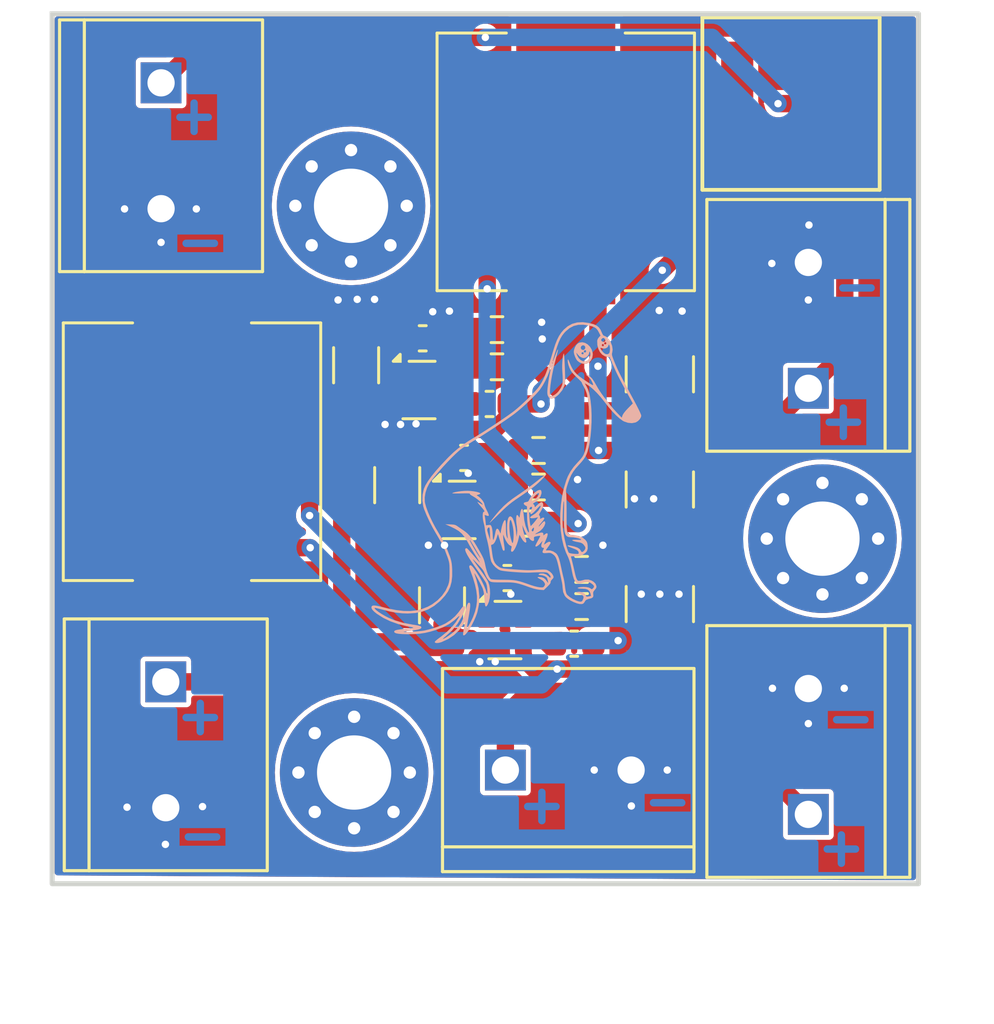
<source format=kicad_pcb>
(kicad_pcb (version 20240108) (generator "pcbnew") (generator_version "8.0")
  (layers (0 "F.Cu" signal) (31 "B.Cu" signal) (34 "B.Paste" user) (35 "F.Paste" user) (36 "B.SilkS" user "B.Silkscreen") (37 "F.SilkS" user "F.Silkscreen") (38 "B.Mask" user) (39 "F.Mask" user) (44 "Edge.Cuts" user))
  (net 0 "")
  (net 1 "Net-(U1-SW)")
  (net 2 "Net-(U1-BST)")
  (net 3 "Net-(J2-Pin_1)")
  (net 4 "Net-(U2-BST)")
  (net 5 "Net-(U2-SW)")
  (net 6 "Net-(J3-Pin_1)")
  (net 7 "Net-(U3-SW)")
  (net 8 "Net-(U3-BST)")
  (net 9 "Net-(J1-Pin_1)")
  (net 10 "Net-(U1-FB)")
  (net 11 "Net-(U2-FB)")
  (net 12 "Net-(U3-FB)")
  (net 22 "Net-(J5-Pin_1)")
  (net 23 "Net-(J1-Pin_2)")
  (footprint "Connector_TE_Terminal-Block:TE_282837-2" (layer "F.Cu") (at 107.09 128.93 -90)
    (property "Reference" "J5" (hide yes))
    (property "Value" "Screw_Terminal_01x02")
    (pad "1" thru_hole rect (at -2.54 0 270) (size 1.65 1.65) (drill 1.1) (layers "*.Cu" "*.Mask") (net 22 "Net-(J5-Pin_1)"))
    (pad "2" thru_hole circle (at 2.54 0 270) (size 1.65 1.65) (drill 1.1) (layers "*.Cu" "*.Mask") (net 23 "Net-(J1-Pin_2)"))
  )
  (footprint "Capacitor_SMD:C_1210_3225Metric" (layer "F.Cu") (at 127.05 123.25 90)
    (property "Reference" "C8" (hide yes))
    (property "Value" "47uF")
    (pad "1" smd roundrect (at -1.475 0 90) (size 1.15 2.7) (layers "F.Cu" "F.Paste" "F.Mask") (roundrect_rratio 0.217391) (net 6 "Net-(J3-Pin_1)"))
    (pad "2" smd roundrect (at 1.475 0 90) (size 1.15 2.7) (layers "F.Cu" "F.Paste" "F.Mask") (roundrect_rratio 0.217391) (net 23 "Net-(J1-Pin_2)"))
  )
  (footprint "Capacitor_SMD:C_0603_1608Metric" (layer "F.Cu") (at 117.47 112.5225)
    (property "Reference" "C10" (hide yes))
    (property "Value" "100nF")
    (pad "1" smd roundrect (at -0.775 0) (size 0.9 0.95) (layers "F.Cu" "F.Paste" "F.Mask") (net 22 "Net-(J5-Pin_1)"))
    (pad "2" smd roundrect (at 0.775 0) (size 0.9 0.95) (layers "F.Cu" "F.Paste" "F.Mask") (net 23 "Net-(J1-Pin_2)"))
  )
  (footprint "Inductor_SMD:L_Wuerth_HCI-1050" (layer "F.Cu") (at 123.25 105.4 -90)
    (property "Reference" "L1" (hide yes))
    (property "Value" "7.8uH")
    (pad "1" smd rect (at -3.825 0 270) (size 3.85 4) (layers "F.Cu" "F.Paste" "F.Mask") (net 1 "Net-(U1-SW)"))
    (pad "2" smd rect (at 3.825 0 270) (size 3.85 4) (layers "F.Cu" "F.Paste" "F.Mask") (net 3 "Net-(J2-Pin_1)"))
  )
  (footprint "Package_TO_SOT_SMD:SOT-583-8" (layer "F.Cu") (at 117.32 114.61)
    (property "Reference" "U3" (hide yes))
    (property "Value" "TPS563300")
    (pad "1" smd roundrect (at -0.74 -0.75) (size 0.67 0.3) (layers "F.Cu" "F.Paste" "F.Mask") (roundrect_rratio 0.1666666667))
    (pad "2" smd roundrect (at -0.74 -0.25) (size 0.67 0.3) (layers "F.Cu" "F.Paste" "F.Mask") (roundrect_rratio 0.1666666667))
    (pad "3" smd roundrect (at -0.74 0.25) (size 0.67 0.3) (layers "F.Cu" "F.Paste" "F.Mask") (roundrect_rratio 0.1666666667) (net 22 "Net-(J5-Pin_1)"))
    (pad "4" smd roundrect (at -0.74 0.75) (size 0.67 0.3) (layers "F.Cu" "F.Paste" "F.Mask") (roundrect_rratio 0.1666666667) (net 23 "Net-(J1-Pin_2)"))
    (pad "5" smd roundrect (at 0.74 0.75) (size 0.67 0.3) (layers "F.Cu" "F.Paste" "F.Mask") (roundrect_rratio 0.1666666667) (net 7 "Net-(U3-SW)"))
    (pad "6" smd roundrect (at 0.74 0.25) (size 0.67 0.3) (layers "F.Cu" "F.Paste" "F.Mask") (roundrect_rratio 0.1666666667) (net 8 "Net-(U3-BST)"))
    (pad "7" smd roundrect (at 0.74 -0.25) (size 0.67 0.3) (layers "F.Cu" "F.Paste" "F.Mask") (roundrect_rratio 0.1666666667))
    (pad "8" smd roundrect (at 0.74 -0.75) (size 0.67 0.3) (layers "F.Cu" "F.Paste" "F.Mask") (roundrect_rratio 0.1666666667) (net 12 "Net-(U3-FB)"))
  )
  (footprint "Resistor_SMD:R_0603_1608Metric" (layer "F.Cu") (at 120.47 113.6725 180)
    (property "Reference" "R5" (hide yes))
    (property "Value" "140k")
    (pad "1" smd roundrect (at -0.825 0 180) (size 0.8 0.95) (layers "F.Cu" "F.Paste" "F.Mask") (net 9 "Net-(J1-Pin_1)"))
    (pad "2" smd roundrect (at 0.825 0 180) (size 0.8 0.95) (layers "F.Cu" "F.Paste" "F.Mask") (net 12 "Net-(U3-FB)"))
  )
  (footprint "Capacitor_SMD:C_0603_1608Metric" (layer "F.Cu") (at 119.14 117.35)
    (property "Reference" "C1" (hide yes))
    (property "Value" "100nF")
    (pad "1" smd roundrect (at -0.775 0) (size 0.9 0.95) (layers "F.Cu" "F.Paste" "F.Mask") (net 22 "Net-(J5-Pin_1)"))
    (pad "2" smd roundrect (at 0.775 0) (size 0.9 0.95) (layers "F.Cu" "F.Paste" "F.Mask") (net 23 "Net-(J1-Pin_2)"))
  )
  (footprint "Inductor_Coilcraft:IND_XGL6060_COC" (layer "F.Cu") (at 132.35 103.05)
    (property "Reference" "L3" (hide yes))
    (property "Value" "12uH")
    (pad "1" smd rect (at -2.1717 0) (size 1.2954 5.0038) (layers "F.Cu" "F.Paste" "F.Mask") (net 7 "Net-(U3-SW)"))
    (pad "2" smd rect (at 2.1717 0) (size 1.2954 5.0038) (layers "F.Cu" "F.Paste" "F.Mask") (net 9 "Net-(J1-Pin_1)"))
  )
  (footprint "Capacitor_SMD:C_0603_1608Metric" (layer "F.Cu") (at 120.89 122.2)
    (property "Reference" "C6" (hide yes))
    (property "Value" "100nF")
    (pad "1" smd roundrect (at -0.775 0) (size 0.9 0.95) (layers "F.Cu" "F.Paste" "F.Mask") (net 22 "Net-(J5-Pin_1)"))
    (pad "2" smd roundrect (at 0.775 0) (size 0.9 0.95) (layers "F.Cu" "F.Paste" "F.Mask") (net 23 "Net-(J1-Pin_2)"))
  )
  (footprint "Capacitor_SMD:C_0603_1608Metric" (layer "F.Cu") (at 123.59 124.85)
    (property "Reference" "C7" (hide yes))
    (property "Value" "100nF")
    (pad "1" smd roundrect (at -0.775 0) (size 0.9 0.95) (layers "F.Cu" "F.Paste" "F.Mask") (net 4 "Net-(U2-BST)"))
    (pad "2" smd roundrect (at 0.775 0) (size 0.9 0.95) (layers "F.Cu" "F.Paste" "F.Mask") (net 5 "Net-(U2-SW)"))
  )
  (footprint "Capacitor_SMD:C_1206_3216Metric" (layer "F.Cu") (at 114.78 113.61 90)
    (property "Reference" "C9" (hide yes))
    (property "Value" "10uF")
    (pad "1" smd roundrect (at -1.475 0 90) (size 1.15 1.8) (layers "F.Cu" "F.Paste" "F.Mask") (roundrect_rratio 0.217391) (net 22 "Net-(J5-Pin_1)"))
    (pad "2" smd roundrect (at 1.475 0 90) (size 1.15 1.8) (layers "F.Cu" "F.Paste" "F.Mask") (roundrect_rratio 0.217391) (net 23 "Net-(J1-Pin_2)"))
  )
  (footprint "Connector_TE_Terminal-Block:TE_282837-2" (layer "F.Cu") (at 133.05 129.2 90)
    (property "Reference" "J2" (hide yes))
    (property "Value" "Screw_Terminal_01x02")
    (pad "1" thru_hole rect (at -2.54 0 90) (size 1.65 1.65) (drill 1.1) (layers "*.Cu" "*.Mask") (net 3 "Net-(J2-Pin_1)"))
    (pad "2" thru_hole circle (at 2.54 0 90) (size 1.65 1.65) (drill 1.1) (layers "*.Cu" "*.Mask") (net 23 "Net-(J1-Pin_2)"))
  )
  (footprint "Resistor_SMD:R_0603_1608Metric" (layer "F.Cu") (at 120.47 112.1725)
    (property "Reference" "R6" (hide yes))
    (property "Value" "10k")
    (pad "1" smd roundrect (at -0.825 0) (size 0.8 0.95) (layers "F.Cu" "F.Paste" "F.Mask") (net 12 "Net-(U3-FB)"))
    (pad "2" smd roundrect (at 0.825 0) (size 0.8 0.95) (layers "F.Cu" "F.Paste" "F.Mask") (net 23 "Net-(J1-Pin_2)"))
  )
  (footprint "Connector_TE_Terminal-Block:TE_282837-2" (layer "F.Cu") (at 123.35 129.95)
    (property "Reference" "J3" (hide yes))
    (property "Value" "Screw_Terminal_01x02")
    (pad "1" thru_hole rect (at -2.54 0) (size 1.65 1.65) (drill 1.1) (layers "*.Cu" "*.Mask") (net 6 "Net-(J3-Pin_1)"))
    (pad "2" thru_hole circle (at 2.54 0) (size 1.65 1.65) (drill 1.1) (layers "*.Cu" "*.Mask") (net 23 "Net-(J1-Pin_2)"))
  )
  (footprint "Capacitor_SMD:C_1210_3225Metric" (layer "F.Cu") (at 127.05 113.975 90)
    (property "Reference" "C12" (hide yes))
    (property "Value" "47uF")
    (pad "1" smd roundrect (at -1.475 0 90) (size 1.15 2.7) (layers "F.Cu" "F.Paste" "F.Mask") (roundrect_rratio 0.217391) (net 9 "Net-(J1-Pin_1)"))
    (pad "2" smd roundrect (at 1.475 0 90) (size 1.15 2.7) (layers "F.Cu" "F.Paste" "F.Mask") (roundrect_rratio 0.217391) (net 23 "Net-(J1-Pin_2)"))
  )
  (footprint "Connector_TE_Terminal-Block:TE_282837-2" (layer "F.Cu") (at 133.05 112 90)
    (property "Reference" "J1" (hide yes))
    (property "Value" "Screw_Terminal_01x02")
    (pad "1" thru_hole rect (at -2.54 0 90) (size 1.65 1.65) (drill 1.1) (layers "*.Cu" "*.Mask") (net 9 "Net-(J1-Pin_1)"))
    (pad "2" thru_hole circle (at 2.54 0 90) (size 1.65 1.65) (drill 1.1) (layers "*.Cu" "*.Mask") (net 23 "Net-(J1-Pin_2)"))
  )
  (footprint "Package_TO_SOT_SMD:SOT-583-8" (layer "F.Cu") (at 120.79 124.3)
    (property "Reference" "U2" (hide yes))
    (property "Value" "TPS563300")
    (pad "1" smd roundrect (at -0.74 -0.75) (size 0.67 0.3) (layers "F.Cu" "F.Paste" "F.Mask") (roundrect_rratio 0.1666666667))
    (pad "2" smd roundrect (at -0.74 -0.25) (size 0.67 0.3) (layers "F.Cu" "F.Paste" "F.Mask") (roundrect_rratio 0.1666666667))
    (pad "3" smd roundrect (at -0.74 0.25) (size 0.67 0.3) (layers "F.Cu" "F.Paste" "F.Mask") (roundrect_rratio 0.1666666667) (net 22 "Net-(J5-Pin_1)"))
    (pad "4" smd roundrect (at -0.74 0.75) (size 0.67 0.3) (layers "F.Cu" "F.Paste" "F.Mask") (roundrect_rratio 0.1666666667) (net 23 "Net-(J1-Pin_2)"))
    (pad "5" smd roundrect (at 0.74 0.75) (size 0.67 0.3) (layers "F.Cu" "F.Paste" "F.Mask") (roundrect_rratio 0.1666666667) (net 5 "Net-(U2-SW)"))
    (pad "6" smd roundrect (at 0.74 0.25) (size 0.67 0.3) (layers "F.Cu" "F.Paste" "F.Mask") (roundrect_rratio 0.1666666667) (net 4 "Net-(U2-BST)"))
    (pad "7" smd roundrect (at 0.74 -0.25) (size 0.67 0.3) (layers "F.Cu" "F.Paste" "F.Mask") (roundrect_rratio 0.1666666667))
    (pad "8" smd roundrect (at 0.74 -0.75) (size 0.67 0.3) (layers "F.Cu" "F.Paste" "F.Mask") (roundrect_rratio 0.1666666667) (net 11 "Net-(U2-FB)"))
  )
  (footprint "Resistor_SMD:R_0603_1608Metric" (layer "F.Cu") (at 123.89 121.85)
    (property "Reference" "R4" (hide yes))
    (property "Value" "10k")
    (pad "1" smd roundrect (at -0.825 0) (size 0.8 0.95) (layers "F.Cu" "F.Paste" "F.Mask") (net 11 "Net-(U2-FB)"))
    (pad "2" smd roundrect (at 0.825 0) (size 0.8 0.95) (layers "F.Cu" "F.Paste" "F.Mask") (net 23 "Net-(J1-Pin_2)"))
  )
  (footprint "Capacitor_SMD:C_1206_3216Metric" (layer "F.Cu") (at 116.44 118.45 90)
    (property "Reference" "C2" (hide yes))
    (property "Value" "10uF")
    (pad "1" smd roundrect (at -1.475 0 90) (size 1.15 1.8) (layers "F.Cu" "F.Paste" "F.Mask") (roundrect_rratio 0.217391) (net 22 "Net-(J5-Pin_1)"))
    (pad "2" smd roundrect (at 1.475 0 90) (size 1.15 1.8) (layers "F.Cu" "F.Paste" "F.Mask") (roundrect_rratio 0.217391) (net 23 "Net-(J1-Pin_2)"))
  )
  (footprint "MountingHole:MountingHole_3mm_Pad_Via" (layer "F.Cu") (at 114.575 107.175)
    (property "Reference" "H1" (hide yes))
    (property "Value" "MountingHole_Pad")
    (pad "1" thru_hole circle (at -2.25 0) (size 0.8 0.8) (drill 0.5) (layers "*.Cu" "*.Mask"))
    (pad "1" thru_hole circle (at -1.59099 -1.59099) (size 0.8 0.8) (drill 0.5) (layers "*.Cu" "*.Mask"))
    (pad "1" thru_hole circle (at -1.59099 1.59099) (size 0.8 0.8) (drill 0.5) (layers "*.Cu" "*.Mask"))
    (pad "1" thru_hole circle (at 0 -2.25) (size 0.8 0.8) (drill 0.5) (layers "*.Cu" "*.Mask"))
    (pad "1" thru_hole circle (at 0 0) (size 6 6) (drill 3) (layers "*.Cu" "*.Mask"))
    (pad "1" thru_hole circle (at 0 2.25) (size 0.8 0.8) (drill 0.5) (layers "*.Cu" "*.Mask"))
    (pad "1" thru_hole circle (at 1.59099 -1.59099) (size 0.8 0.8) (drill 0.5) (layers "*.Cu" "*.Mask"))
    (pad "1" thru_hole circle (at 1.59099 1.59099) (size 0.8 0.8) (drill 0.5) (layers "*.Cu" "*.Mask"))
    (pad "1" thru_hole circle (at 2.25 0) (size 0.8 0.8) (drill 0.5) (layers "*.Cu" "*.Mask"))
  )
  (footprint "MountingHole:MountingHole_3mm_Pad_Via" (layer "F.Cu") (at 133.62 120.61)
    (property "Reference" "H2" (hide yes))
    (property "Value" "MountingHole_Pad")
    (pad "1" thru_hole circle (at -2.25 0) (size 0.8 0.8) (drill 0.5) (layers "*.Cu" "*.Mask"))
    (pad "1" thru_hole circle (at -1.59099 -1.59099) (size 0.8 0.8) (drill 0.5) (layers "*.Cu" "*.Mask"))
    (pad "1" thru_hole circle (at -1.59099 1.59099) (size 0.8 0.8) (drill 0.5) (layers "*.Cu" "*.Mask"))
    (pad "1" thru_hole circle (at 0 -2.25) (size 0.8 0.8) (drill 0.5) (layers "*.Cu" "*.Mask"))
    (pad "1" thru_hole circle (at 0 0) (size 6 6) (drill 3) (layers "*.Cu" "*.Mask"))
    (pad "1" thru_hole circle (at 0 2.25) (size 0.8 0.8) (drill 0.5) (layers "*.Cu" "*.Mask"))
    (pad "1" thru_hole circle (at 1.59099 -1.59099) (size 0.8 0.8) (drill 0.5) (layers "*.Cu" "*.Mask"))
    (pad "1" thru_hole circle (at 1.59099 1.59099) (size 0.8 0.8) (drill 0.5) (layers "*.Cu" "*.Mask"))
    (pad "1" thru_hole circle (at 2.25 0) (size 0.8 0.8) (drill 0.5) (layers "*.Cu" "*.Mask"))
  )
  (footprint "Inductor_SMD:L_Wuerth_HCI-1050" (layer "F.Cu") (at 108.15 117.1 90)
    (property "Reference" "L2" (hide yes))
    (property "Value" "7.8uH")
    (pad "1" smd rect (at -3.825 0 90) (size 3.85 4) (layers "F.Cu" "F.Paste" "F.Mask") (net 5 "Net-(U2-SW)"))
    (pad "2" smd rect (at 3.825 0 90) (size 3.85 4) (layers "F.Cu" "F.Paste" "F.Mask") (net 6 "Net-(J3-Pin_1)"))
  )
  (footprint "Resistor_SMD:R_0603_1608Metric" (layer "F.Cu") (at 122.15 118.525)
    (property "Reference" "R2" (hide yes))
    (property "Value" "10k")
    (pad "1" smd roundrect (at -0.825 0) (size 0.8 0.95) (layers "F.Cu" "F.Paste" "F.Mask") (net 10 "Net-(U1-FB)"))
    (pad "2" smd roundrect (at 0.825 0) (size 0.8 0.95) (layers "F.Cu" "F.Paste" "F.Mask") (net 23 "Net-(J1-Pin_2)"))
  )
  (footprint "Resistor_SMD:R_0603_1608Metric" (layer "F.Cu") (at 122.15 117.05 180)
    (property "Reference" "R1" (hide yes))
    (property "Value" "52.3k")
    (pad "1" smd roundrect (at -0.825 0 180) (size 0.8 0.95) (layers "F.Cu" "F.Paste" "F.Mask") (net 3 "Net-(J2-Pin_1)"))
    (pad "2" smd roundrect (at 0.825 0 180) (size 0.8 0.95) (layers "F.Cu" "F.Paste" "F.Mask") (net 10 "Net-(U1-FB)"))
  )
  (footprint "MountingHole:MountingHole_3mm_Pad_Via" (layer "F.Cu") (at 114.7 130.05)
    (property "Reference" "H3" (hide yes))
    (property "Value" "MountingHole_Pad")
    (pad "1" thru_hole circle (at -2.25 0) (size 0.8 0.8) (drill 0.5) (layers "*.Cu" "*.Mask"))
    (pad "1" thru_hole circle (at -1.59099 -1.59099) (size 0.8 0.8) (drill 0.5) (layers "*.Cu" "*.Mask"))
    (pad "1" thru_hole circle (at -1.59099 1.59099) (size 0.8 0.8) (drill 0.5) (layers "*.Cu" "*.Mask"))
    (pad "1" thru_hole circle (at 0 -2.25) (size 0.8 0.8) (drill 0.5) (layers "*.Cu" "*.Mask"))
    (pad "1" thru_hole circle (at 0 0) (size 6 6) (drill 3) (layers "*.Cu" "*.Mask"))
    (pad "1" thru_hole circle (at 0 2.25) (size 0.8 0.8) (drill 0.5) (layers "*.Cu" "*.Mask"))
    (pad "1" thru_hole circle (at 1.59099 -1.59099) (size 0.8 0.8) (drill 0.5) (layers "*.Cu" "*.Mask"))
    (pad "1" thru_hole circle (at 1.59099 1.59099) (size 0.8 0.8) (drill 0.5) (layers "*.Cu" "*.Mask"))
    (pad "1" thru_hole circle (at 2.25 0) (size 0.8 0.8) (drill 0.5) (layers "*.Cu" "*.Mask"))
  )
  (footprint "Connector_TE_Terminal-Block:TE_282837-2" (layer "F.Cu") (at 106.9 104.75 -90)
    (property "Reference" "J4" (hide yes))
    (property "Value" "Screw_Terminal_01x02")
    (pad "1" thru_hole rect (at -2.54 0 270) (size 1.65 1.65) (drill 1.1) (layers "*.Cu" "*.Mask") (net 9 "Net-(J1-Pin_1)"))
    (pad "2" thru_hole circle (at 2.54 0 270) (size 1.65 1.65) (drill 1.1) (layers "*.Cu" "*.Mask") (net 23 "Net-(J1-Pin_2)"))
  )
  (footprint "Package_TO_SOT_SMD:SOT-583-8" (layer "F.Cu") (at 118.94 119.45)
    (property "Reference" "U1" (hide yes))
    (property "Value" "TPS563300")
    (pad "1" smd roundrect (at -0.74 -0.75) (size 0.67 0.3) (layers "F.Cu" "F.Paste" "F.Mask") (roundrect_rratio 0.1666666667))
    (pad "2" smd roundrect (at -0.74 -0.25) (size 0.67 0.3) (layers "F.Cu" "F.Paste" "F.Mask") (roundrect_rratio 0.1666666667))
    (pad "3" smd roundrect (at -0.74 0.25) (size 0.67 0.3) (layers "F.Cu" "F.Paste" "F.Mask") (roundrect_rratio 0.1666666667) (net 22 "Net-(J5-Pin_1)"))
    (pad "4" smd roundrect (at -0.74 0.75) (size 0.67 0.3) (layers "F.Cu" "F.Paste" "F.Mask") (roundrect_rratio 0.1666666667) (net 23 "Net-(J1-Pin_2)"))
    (pad "5" smd roundrect (at 0.74 0.75) (size 0.67 0.3) (layers "F.Cu" "F.Paste" "F.Mask") (roundrect_rratio 0.1666666667) (net 1 "Net-(U1-SW)"))
    (pad "6" smd roundrect (at 0.74 0.25) (size 0.67 0.3) (layers "F.Cu" "F.Paste" "F.Mask") (roundrect_rratio 0.1666666667) (net 2 "Net-(U1-BST)"))
    (pad "7" smd roundrect (at 0.74 -0.25) (size 0.67 0.3) (layers "F.Cu" "F.Paste" "F.Mask") (roundrect_rratio 0.1666666667))
    (pad "8" smd roundrect (at 0.74 -0.75) (size 0.67 0.3) (layers "F.Cu" "F.Paste" "F.Mask") (roundrect_rratio 0.1666666667) (net 10 "Net-(U1-FB)"))
  )
  (footprint "Resistor_SMD:R_0603_1608Metric" (layer "F.Cu") (at 123.89 123.35 180)
    (property "Reference" "R3" (hide yes))
    (property "Value" "52.3k")
    (pad "1" smd roundrect (at -0.825 0 180) (size 0.8 0.95) (layers "F.Cu" "F.Paste" "F.Mask") (net 6 "Net-(J3-Pin_1)"))
    (pad "2" smd roundrect (at 0.825 0 180) (size 0.8 0.95) (layers "F.Cu" "F.Paste" "F.Mask") (net 11 "Net-(U2-FB)"))
  )
  (footprint "Capacitor_SMD:C_0603_1608Metric" (layer "F.Cu") (at 121.74 120)
    (property "Reference" "C3" (hide yes))
    (property "Value" "100nF")
    (pad "1" smd roundrect (at -0.775 0) (size 0.9 0.95) (layers "F.Cu" "F.Paste" "F.Mask") (net 2 "Net-(U1-BST)"))
    (pad "2" smd roundrect (at 0.775 0) (size 0.9 0.95) (layers "F.Cu" "F.Paste" "F.Mask") (net 1 "Net-(U1-SW)"))
  )
  (footprint "Capacitor_SMD:C_1210_3225Metric" (layer "F.Cu") (at 127.05 118.625 -90)
    (property "Reference" "C4" (hide yes))
    (property "Value" "47uF")
    (pad "1" smd roundrect (at -1.475 0 270) (size 1.15 2.7) (layers "F.Cu" "F.Paste" "F.Mask") (roundrect_rratio 0.217391) (net 3 "Net-(J2-Pin_1)"))
    (pad "2" smd roundrect (at 1.475 0 270) (size 1.15 2.7) (layers "F.Cu" "F.Paste" "F.Mask") (roundrect_rratio 0.217391) (net 23 "Net-(J1-Pin_2)"))
  )
  (footprint "Capacitor_SMD:C_1206_3216Metric" (layer "F.Cu") (at 118.25 123.3 90)
    (property "Reference" "C5" (hide yes))
    (property "Value" "10uF")
    (pad "1" smd roundrect (at -1.475 0 90) (size 1.15 1.8) (layers "F.Cu" "F.Paste" "F.Mask") (roundrect_rratio 0.217391) (net 22 "Net-(J5-Pin_1)"))
    (pad "2" smd roundrect (at 1.475 0 90) (size 1.15 1.8) (layers "F.Cu" "F.Paste" "F.Mask") (roundrect_rratio 0.217391) (net 23 "Net-(J1-Pin_2)"))
  )
  (footprint "Capacitor_SMD:C_0603_1608Metric" (layer "F.Cu") (at 120.17 115.1725)
    (property "Reference" "C11" (hide yes))
    (property "Value" "100nF")
    (pad "1" smd roundrect (at -0.775 0) (size 0.9 0.95) (layers "F.Cu" "F.Paste" "F.Mask") (net 8 "Net-(U3-BST)"))
    (pad "2" smd roundrect (at 0.775 0) (size 0.9 0.95) (layers "F.Cu" "F.Paste" "F.Mask") (net 7 "Net-(U3-SW)"))
  )
  (footprint "memes:dawg" (layer "B.Cu") (at 120.92 118.1 180)
    (property "Reference" "G***" (hide yes))
    (property "Value" "LOGO" (hide yes))
  )
  (gr_rect (start 102.5 99.425) (end 137.5 134.54) (stroke (width 0.2)) (fill none) (layer "Edge.Cuts"))
  (gr_text "-" (at 128.49 132.04 0) (layer "B.Cu") (effects (font (size 1.5 1.5) (thickness 0.3) (bold yes)) (justify left bottom mirror)))
  (gr_text "-" (at 109.61 109.46 0) (layer "B.Cu") (effects (font (size 1.5 1.5) (thickness 0.3) (bold yes)) (justify left bottom mirror)))
  (gr_text "-" (at 109.7 133.42 0) (layer "B.Cu") (effects (font (size 1.5 1.5) (thickness 0.3) (bold yes)) (justify left bottom mirror)))
  (gr_text "+" (at 135.51 133.91 0) (layer "B.Cu") (effects (font (size 1.5 1.5) (thickness 0.3) (bold yes)) (justify left bottom mirror)))
  (gr_text "+" (at 109.61 128.6 0) (layer "B.Cu") (effects (font (size 1.5 1.5) (thickness 0.3) (bold yes)) (justify left bottom mirror)))
  (gr_text "-" (at 136.14 111.26 0) (layer "B.Cu") (effects (font (size 1.5 1.5) (thickness 0.3) (bold yes)) (justify left bottom mirror)))
  (gr_text "+" (at 123.41 132.19 0) (layer "B.Cu") (effects (font (size 1.5 1.5) (thickness 0.3) (bold yes)) (justify left bottom mirror)))
  (gr_text "+" (at 109.36 104.37 0) (layer "B.Cu") (effects (font (size 1.5 1.5) (thickness 0.3) (bold yes)) (justify left bottom mirror)))
  (gr_text "+" (at 135.59 116.68 0) (layer "B.Cu") (effects (font (size 1.5 1.5) (thickness 0.3) (bold yes)) (justify left bottom mirror)))
  (gr_text "-" (at 135.89 128.69 0) (layer "B.Cu") (effects (font (size 1.5 1.5) (thickness 0.3) (bold yes)) (justify left bottom mirror)))
  (segment (start 120.225 121.025) (end 119.8 120.6) (width 0.7) (layer "F.Cu") (net 1))
  (segment (start 122.515 120) (end 123.75 120) (width 0.7) (layer "F.Cu") (net 1))
  (segment (start 120.075 110.525) (end 120.075 104.75) (width 0.7) (layer "F.Cu") (net 1))
  (segment (start 121.975 121.025) (end 120.225 121.025) (width 0.7) (layer "F.Cu") (net 1))
  (segment (start 120.075 104.75) (end 123.25 101.575) (width 0.7) (layer "F.Cu") (net 1))
  (segment (start 122.515 120) (end 122.515 120.485) (width 0.7) (layer "F.Cu") (net 1))
  (segment (start 122.515 120.485) (end 121.975 121.025) (width 0.7) (layer "F.Cu") (net 1))
  (via (at 123.75 120) (size 0.6) (drill 0.3) (layers "F.Cu" "B.Cu") (net 1))
  (via (at 120.075 110.525) (size 0.6) (drill 0.3) (layers "F.Cu" "B.Cu") (net 1))
  (segment (start 120.075 110.525) (end 120.075 116.325) (width 0.7) (layer "B.Cu") (net 1))
  (segment (start 120.075 116.325) (end 123.75 120) (width 0.7) (layer "B.Cu") (net 1))
  (segment (start 124.575 117.05) (end 126.95 117.05) (width 0.7) (layer "F.Cu") (net 3))
  (segment (start 129.75 119.85) (end 127.05 117.15) (width 0.7) (layer "F.Cu") (net 3))
  (segment (start 129.75 128.44) (end 129.75 119.85) (width 0.7) (layer "F.Cu") (net 3))
  (segment (start 133.05 131.74) (end 129.75 128.44) (width 0.7) (layer "F.Cu") (net 3))
  (segment (start 126.95 117.05) (end 127.05 117.15) (width 0.7) (layer "F.Cu") (net 3))
  (segment (start 122.975 117.05) (end 124.575 117.05) (width 0.7) (layer "F.Cu") (net 3))
  (segment (start 124.55 113.65) (end 124.55 110.525) (width 0.7) (layer "F.Cu") (net 3))
  (segment (start 124.55 110.525) (end 123.25 109.225) (width 0.7) (layer "F.Cu") (net 3))
  (via (at 124.55 113.65) (size 0.6) (drill 0.3) (layers "F.Cu" "B.Cu") (net 3))
  (via (at 124.575 117.05) (size 0.6) (drill 0.3) (layers "F.Cu" "B.Cu") (net 3))
  (segment (start 124.55 117.025) (end 124.575 117.05) (width 0.7) (layer "B.Cu") (net 3))
  (segment (start 124.55 113.65) (end 124.55 117.025) (width 0.7) (layer "B.Cu") (net 3))
  (segment (start 124.365 124.85) (end 124.365 125.325) (width 0.7) (layer "F.Cu") (net 5))
  (segment (start 108.2 120.975) (end 108.15 120.925) (width 0.7) (layer "F.Cu") (net 5))
  (segment (start 112.925 120.975) (end 108.2 120.975) (width 0.7) (layer "F.Cu") (net 5))
  (segment (start 121.975 125.875) (end 121.6 125.5) (width 0.7) (layer "F.Cu") (net 5))
  (segment (start 124.365 125.325) (end 123.815 125.875) (width 0.7) (layer "F.Cu") (net 5))
  (segment (start 123.815 125.875) (end 122.9 125.875) (width 0.7) (layer "F.Cu") (net 5))
  (segment (start 122.9 125.875) (end 121.975 125.875) (width 0.7) (layer "F.Cu") (net 5))
  (via (at 122.9 125.875) (size 0.6) (drill 0.3) (layers "F.Cu" "B.Cu") (net 5))
  (via (at 112.925 120.975) (size 0.6) (drill 0.3) (layers "F.Cu" "B.Cu") (net 5))
  (segment (start 122.265 126.51) (end 118.46 126.51) (width 0.7) (layer "B.Cu") (net 5))
  (segment (start 118.46 126.51) (end 112.925 120.975) (width 0.7) (layer "B.Cu") (net 5))
  (segment (start 122.9 125.875) (end 122.265 126.51) (width 0.7) (layer "B.Cu") (net 5))
  (segment (start 124.187792 126.775) (end 121.775 126.775) (width 0.7) (layer "F.Cu") (net 6))
  (segment (start 125.365 125.44) (end 125.375 125.45) (width 0.7) (layer "F.Cu") (net 6))
  (segment (start 121.775 126.775) (end 120.81 127.74) (width 0.7) (layer "F.Cu") (net 6))
  (segment (start 125.565 124.725) (end 125.365 124.925) (width 0.7) (layer "F.Cu") (net 6))
  (segment (start 125.365 124.925) (end 125.365 125.44) (width 0.7) (layer "F.Cu") (net 6))
  (segment (start 125.365 124) (end 125.365 124.725) (width 0.7) (layer "F.Cu") (net 6))
  (segment (start 112.9 119.677208) (end 112.9 118.025) (width 0.7) (layer "F.Cu") (net 6))
  (segment (start 125.375 125.587792) (end 124.187792 126.775) (width 0.7) (layer "F.Cu") (net 6))
  (segment (start 112.9 118.025) (end 108.15 113.275) (width 0.7) (layer "F.Cu") (net 6))
  (segment (start 124.715 123.35) (end 125.365 124) (width 0.7) (layer "F.Cu") (net 6))
  (segment (start 125.365 124.725) (end 125.365 124.925) (width 0.7) (layer "F.Cu") (net 6))
  (segment (start 120.81 127.74) (end 120.81 129.95) (width 0.7) (layer "F.Cu") (net 6))
  (segment (start 127.05 124.725) (end 125.565 124.725) (width 0.7) (layer "F.Cu") (net 6))
  (segment (start 125.375 125.45) (end 125.375 125.587792) (width 0.7) (layer "F.Cu") (net 6))
  (via (at 125.365 124.725) (size 0.6) (drill 0.3) (layers "F.Cu" "B.Cu") (net 6))
  (via (at 112.9 119.677208) (size 0.6) (drill 0.3) (layers "F.Cu" "B.Cu") (net 6))
  (segment (start 112.9 119.677208) (end 117.947792 124.725) (width 0.7) (layer "B.Cu") (net 6))
  (segment (start 117.947792 124.725) (end 125.365 124.725) (width 0.7) (layer "B.Cu") (net 6))
  (segment (start 120.945 115.6475) (end 120.395 116.1975) (width 0.7) (layer "F.Cu") (net 7))
  (segment (start 120.395 116.1975) (end 118.3975 116.1975) (width 0.7) (layer "F.Cu") (net 7))
  (segment (start 120.945 115.1725) (end 122.2475 115.1725) (width 0.7) (layer "F.Cu") (net 7))
  (segment (start 120.945 115.1725) (end 120.945 115.6475) (width 0.7) (layer "F.Cu") (net 7))
  (segment (start 127.15 109.777208) (end 130.1783 106.748908) (width 0.7) (layer "F.Cu") (net 7))
  (segment (start 118.3975 116.1975) (end 118.2 116) (width 0.7) (layer "F.Cu") (net 7))
  (segment (start 122.2475 115.1725) (end 122.25 115.175) (width 0.7) (layer "F.Cu") (net 7))
  (segment (start 130.1783 106.748908) (end 130.1783 103.05) (width 0.7) (layer "F.Cu") (net 7))
  (via (at 122.25 115.175) (size 0.6) (drill 0.3) (layers "F.Cu" "B.Cu") (net 7))
  (via (at 127.15 109.777208) (size 0.6) (drill 0.3) (layers "F.Cu" "B.Cu") (net 7))
  (segment (start 122.25 115.175) (end 122.25 114.677208) (width 0.7) (layer "B.Cu") (net 7))
  (segment (start 122.25 114.677208) (end 127.15 109.777208) (width 0.7) (layer "B.Cu") (net 7))
  (segment (start 133.05 114.54) (end 133.035 114.54) (width 0.7) (layer "F.Cu") (net 9))
  (segment (start 134.5217 103.05) (end 131.825 103.05) (width 0.7) (layer "F.Cu") (net 9))
  (segment (start 134.5217 113.0683) (end 133.05 114.54) (width 0.7) (layer "F.Cu") (net 9))
  (segment (start 132.125 115.45) (end 127.05 115.45) (width 0.7) (layer "F.Cu") (net 9))
  (segment (start 133.035 114.54) (end 132.125 115.45) (width 0.7) (layer "F.Cu") (net 9))
  (segment (start 121.295 113.6725) (end 122.020292 113.6725) (width 0.7) (layer "F.Cu") (net 9))
  (segment (start 120 100.375) (end 108.735 100.375) (width 0.7) (layer "F.Cu") (net 9))
  (segment (start 123.797792 115.45) (end 127.05 115.45) (width 0.7) (layer "F.Cu") (net 9))
  (segment (start 122.020292 113.6725) (end 123.797792 115.45) (width 0.7) (layer "F.Cu") (net 9))
  (segment (start 134.5217 103.05) (end 134.5217 113.0683) (width 0.7) (layer "F.Cu") (net 9))
  (segment (start 108.735 100.375) (end 106.9 102.21) (width 0.7) (layer "F.Cu") (net 9))
  (via (at 131.825 103.05) (size 0.6) (drill 0.3) (layers "F.Cu" "B.Cu") (net 9))
  (via (at 120 100.375) (size 0.6) (drill 0.3) (layers "F.Cu" "B.Cu") (net 9))
  (segment (start 131.825 103.05) (end 129.15 100.375) (width 0.7) (layer "B.Cu") (net 9))
  (segment (start 129.15 100.375) (end 120 100.375) (width 0.7) (layer "B.Cu") (net 9))
  (segment (start 121.325 117.05) (end 121.325 118.525) (width 0.7) (layer "F.Cu") (net 10))
  (segment (start 123.065 121.85) (end 123.065 123.35) (width 0.7) (layer "F.Cu") (net 11))
  (segment (start 119.645 112.1725) (end 119.645 113.6725) (width 0.7) (layer "F.Cu") (net 12))
  (segment (start 116.695 112.5225) (end 116.66775 112.5225) (width 0.7) (layer "F.Cu") (net 22))
  (segment (start 120.115 122.2) (end 118.25 124.065) (width 0.7) (layer "F.Cu") (net 22))
  (segment (start 116.66775 112.5225) (end 114.78 114.41025) (width 0.7) (layer "F.Cu") (net 22))
  (segment (start 116.44 119.225086) (end 116.44 119.925) (width 0.7) (layer "F.Cu") (net 22))
  (segment (start 118.25 124.775) (end 114.4 124.775) (width 0.7) (layer "F.Cu") (net 22))
  (segment (start 118.365 117.35) (end 118.315086 117.35) (width 0.7) (layer "F.Cu") (net 22))
  (segment (start 118.315086 117.35) (end 116.44 119.225086) (width 0.7) (layer "F.Cu") (net 22))
  (segment (start 114.4 124.775) (end 114.2 124.975) (width 0.7) (layer "F.Cu") (net 22))
  (segment (start 114.2 124.975) (end 114.2 120.15) (width 0.7) (layer "F.Cu") (net 22))
  (segment (start 114.2 115.665) (end 114.78 115.085) (width 0.7) (layer "F.Cu") (net 22))
  (segment (start 114.2 124.975) (end 112.785 126.39) (width 0.7) (layer "F.Cu") (net 22))
  (segment (start 116.44 119.925) (end 114.425 119.925) (width 0.7) (layer "F.Cu") (net 22))
  (segment (start 112.785 126.39) (end 107.09 126.39) (width 0.7) (layer "F.Cu") (net 22))
  (segment (start 114.2 120.15) (end 114.2 115.665) (width 0.7) (layer "F.Cu") (net 22))
  (segment (start 114.78 114.41025) (end 114.78 115.085) (width 0.7) (layer "F.Cu") (net 22))
  (segment (start 114.425 119.925) (end 114.2 120.15) (width 0.7) (layer "F.Cu") (net 22))
  (segment (start 118.25 124.065) (end 118.25 124.775) (width 0.7) (layer "F.Cu") (net 22))
  (via (at 120.4 125.575) (size 0.6) (drill 0.3) (layers "F.Cu" "B.Cu") (net 23))
  (via (at 108.575 131.425) (size 0.6) (drill 0.3) (layers "F.Cu" "B.Cu") (net 23))
  (via (at 124.75 120.875) (size 0.6) (drill 0.3) (layers "F.Cu" "B.Cu") (net 23))
  (via (at 127.05 122.85) (size 0.6) (drill 0.3) (layers "F.Cu" "B.Cu") (net 23))
  (via (at 133.075 107.95) (size 0.6) (drill 0.3) (layers "F.Cu" "B.Cu") (net 23))
  (via (at 117.875 111.45) (size 0.6) (drill 0.3) (layers "F.Cu" "B.Cu") (net 23))
  (via (at 107.075 132.95) (size 0.6) (drill 0.3) (layers "F.Cu" "B.Cu") (net 23))
  (via (at 115.525 110.95) (size 0.6) (drill 0.3) (layers "F.Cu" "B.Cu") (net 23))
  (via (at 105.525 131.45) (size 0.6) (drill 0.3) (layers "F.Cu" "B.Cu") (net 23))
  (via (at 125.9 131.4) (size 0.6) (drill 0.3) (layers "F.Cu" "B.Cu") (net 23))
  (via (at 124.4 129.95) (size 0.6) (drill 0.3) (layers "F.Cu" "B.Cu") (net 23))
  (via (at 115.95 116) (size 0.6) (drill 0.3) (layers "F.Cu" "B.Cu") (net 23))
  (via (at 127.35 129.95) (size 0.6) (drill 0.3) (layers "F.Cu" "B.Cu") (net 23))
  (via (at 122.3 112.55) (size 0.6) (drill 0.3) (layers "F.Cu" "B.Cu") (net 23))
  (via (at 126.025 119) (size 0.6) (drill 0.3) (layers "F.Cu" "B.Cu") (net 23))
  (via (at 131.575 109.5) (size 0.6) (drill 0.3) (layers "F.Cu" "B.Cu") (net 23))
  (via (at 117.7 120.875) (size 0.6) (drill 0.3) (layers "F.Cu" "B.Cu") (net 23))
  (via (at 105.425 107.3) (size 0.6) (drill 0.3) (layers "F.Cu" "B.Cu") (net 23))
  (via (at 108.325 107.3) (size 0.6) (drill 0.3) (layers "F.Cu" "B.Cu") (net 23))
  (via (at 118.55 111.425) (size 0.6) (drill 0.3) (layers "F.Cu" "B.Cu") (net 23))
  (via (at 131.6 126.65) (size 0.6) (drill 0.3) (layers "F.Cu" "B.Cu") (net 23))
  (via (at 127.825 122.85) (size 0.6) (drill 0.3) (layers "F.Cu" "B.Cu") (net 23))
  (via (at 121.03 122.85) (size 0.6) (drill 0.3) (layers "F.Cu" "B.Cu") (net 23))
  (via (at 133.05 128.075) (size 0.6) (drill 0.3) (layers "F.Cu" "B.Cu") (net 23))
  (via (at 116.575 116) (size 0.6) (drill 0.3) (layers "F.Cu" "B.Cu") (net 23))
  (via (at 127.025 111.4) (size 0.6) (drill 0.3) (layers "F.Cu" "B.Cu") (net 23))
  (via (at 126.8 119) (size 0.6) (drill 0.3) (layers "F.Cu" "B.Cu") (net 23))
  (via (at 117.2 115.975) (size 0.6) (drill 0.3) (layers "F.Cu" "B.Cu") (net 23))
  (via (at 114.825 110.95) (size 0.6) (drill 0.3) (layers "F.Cu" "B.Cu") (net 23))
  (via (at 134.5 126.65) (size 0.6) (drill 0.3) (layers "F.Cu" "B.Cu") (net 23))
  (via (at 114.05 110.975) (size 0.6) (drill 0.3) (layers "F.Cu" "B.Cu") (net 23))
  (via (at 122.275 111.875) (size 0.6) (drill 0.3) (layers "F.Cu" "B.Cu") (net 23))
  (via (at 119.31 117.97) (size 0.6) (drill 0.3) (layers "F.Cu" "B.Cu") (net 23))
  (via (at 106.9 108.65) (size 0.6) (drill 0.3) (layers "F.Cu" "B.Cu") (net 23))
  (via (at 126.3 122.85) (size 0.6) (drill 0.3) (layers "F.Cu" "B.Cu") (net 23))
  (via (at 127.95 111.425) (size 0.6) (drill 0.3) (layers "F.Cu" "B.Cu") (net 23))
  (via (at 119.775 125.575) (size 0.6) (drill 0.3) (layers "F.Cu" "B.Cu") (net 23))
  (via (at 133.05 110.975) (size 0.6) (drill 0.3) (layers "F.Cu" "B.Cu") (net 23))
  (via (at 123.725 118.225) (size 0.6) (drill 0.3) (layers "F.Cu" "B.Cu") (net 23))
  (via (at 118.35 120.875) (size 0.6) (drill 0.3) (layers "F.Cu" "B.Cu") (net 23))
  (zone (net 4) (net_name "Net-(U2-BST)") (layer "F.Cu") (priority 6) (connect_pads yes (clearance 0.127)) (min_thickness 0.25) (fill yes (thermal_gap 0.5) (thermal_bridge_width 0.5))
    (polygon (pts (xy 121.2 124.4) (xy 121.2 124.7) (xy 121.86 124.7) (xy 122.51 125.32) (xy 123.22 125.32) (xy 123.22 124.37)))
  )
  (zone (net 10) (net_name "Net-(U1-FB)") (layer "F.Cu") (priority 2) (connect_pads yes (clearance 0.127)) (min_thickness 0.25) (fill yes (thermal_gap 0.5) (thermal_bridge_width 0.5))
    (polygon (pts (xy 119.35 118.55) (xy 119.35 118.85) (xy 120.02 118.84) (xy 121.08 118.97) (xy 121.72 118.96) (xy 121.72 118.09) (xy 120.92 118.1) (xy 120.02 118.54)))
  )
  (zone (net 7) (net_name "Net-(U3-SW)") (layer "F.Cu") (priority 9) (connect_pads yes (clearance 0.127)) (min_thickness 0.25) (fill yes (thermal_gap 0.5) (thermal_bridge_width 0.5))
    (polygon (pts (xy 117.725 115.2) (xy 117.725 115.5) (xy 117.85 116.025) (xy 118.45 115.75) (xy 118.4 115.5) (xy 118.4 115.2)))
  )
  (zone (net 22) (net_name "Net-(J5-Pin_1)") (layer "F.Cu") (connect_pads yes (clearance 0.127)) (min_thickness 0.25) (fill yes (thermal_gap 0.5) (thermal_bridge_width 0.5))
    (polygon (pts (xy 116.09 114.61) (xy 117.09 114.61) (xy 117.09 115.11) (xy 116.14 115.11) (xy 115.54 115.61) (xy 115.54 114.56)))
  )
  (zone (net 22) (net_name "Net-(J5-Pin_1)") (layer "F.Cu") (connect_pads yes (clearance 0.127)) (min_thickness 0.25) (fill yes (thermal_gap 0.5) (thermal_bridge_width 0.5))
    (polygon (pts (xy 117.567705 119.445246) (xy 118.567705 119.445246) (xy 118.567705 119.945246) (xy 117.617705 119.945246) (xy 117.017705 120.445246) (xy 117.017705 119.395246)))
  )
  (zone (net 5) (net_name "Net-(U2-SW)") (layer "F.Cu") (priority 7) (connect_pads yes (clearance 0.127)) (min_thickness 0.25) (fill yes (thermal_gap 0.5) (thermal_bridge_width 0.5))
    (polygon (pts (xy 121.2 124.9) (xy 121.2 125.2) (xy 121.25 125.5) (xy 121.95 125.35) (xy 121.875 125.2) (xy 121.875 124.9)))
  )
  (zone (net 22) (net_name "Net-(J5-Pin_1)") (layer "F.Cu") (priority 1000000) (connect_pads yes (clearance 0.127)) (min_thickness 0.25) (fill yes (thermal_gap 0.5) (thermal_bridge_width 0.5))
    (polygon (pts (xy 119.447705 124.295246) (xy 120.447705 124.295246) (xy 120.447705 124.795246) (xy 119.497705 124.795246) (xy 118.897705 125.295246) (xy 118.897705 124.245246)))
  )
  (zone (net 8) (net_name "Net-(U3-BST)") (layer "F.Cu") (priority 4) (connect_pads yes (clearance 0.127)) (min_thickness 0.25) (fill yes (thermal_gap 0.5) (thermal_bridge_width 0.5))
    (polygon (pts (xy 117.73 114.71) (xy 117.73 115.01) (xy 118.39 115.01) (xy 119.13 115.65) (xy 119.78 115.64) (xy 119.78 114.7) (xy 119.07 114.7)))
  )
  (zone (net 1) (net_name "Net-(U1-SW)") (layer "F.Cu") (priority 8) (connect_pads yes (clearance 0.127)) (min_thickness 0.25) (fill yes (thermal_gap 0.5) (thermal_bridge_width 0.5))
    (polygon (pts (xy 119.35 120.05) (xy 119.35 120.35) (xy 119.45 120.65) (xy 120.15 120.45) (xy 120.025 120.35) (xy 120.025 120.05)))
  )
  (zone (net 2) (net_name "Net-(U1-BST)") (layer "F.Cu") (priority 5) (connect_pads yes (clearance 0.127)) (min_thickness 0.25) (fill yes (thermal_gap 0.5) (thermal_bridge_width 0.5))
    (polygon (pts (xy 119.35 119.55) (xy 119.35 119.85) (xy 120.02 119.84) (xy 120.66 120.47) (xy 121.4 120.47) (xy 121.39 119.52)))
  )
  (zone (net 12) (net_name "Net-(U3-FB)") (layer "F.Cu") (priority 1) (connect_pads yes (clearance 0.127)) (min_thickness 0.25) (fill yes (thermal_gap 0.5) (thermal_bridge_width 0.5))
    (polygon (pts (xy 117.73 113.71) (xy 117.72 114.01) (xy 118.4 114.01) (xy 119.41 114.15) (xy 120.05 114.14) (xy 120.06 113.27) (xy 119.25 113.27) (xy 118.4 113.7)))
  )
  (zone (net 11) (net_name "Net-(U2-FB)") (layer "F.Cu") (priority 3) (connect_pads yes (clearance 0.127)) (min_thickness 0.25) (fill yes (thermal_gap 0.5) (thermal_bridge_width 0.5))
    (polygon (pts (xy 121.2 123.4) (xy 121.2 123.7) (xy 121.86 123.7) (xy 122.85 123.82) (xy 123.47 123.82) (xy 123.47 122.93) (xy 122.68 122.94) (xy 121.86 123.4)))
  )
  (zone (net 23) (net_name "Net-(J1-Pin_2)") (layers "F&B.Cu") (connect_pads yes (clearance 0.127)) (min_thickness 0.25) (fill yes (thermal_gap 0.5) (thermal_bridge_width 0.5))
    (polygon (pts (xy 102.5 99.425) (xy 137.475 99.375) (xy 137.5 134.4) (xy 102.5 134.2)))
  )
)
</source>
